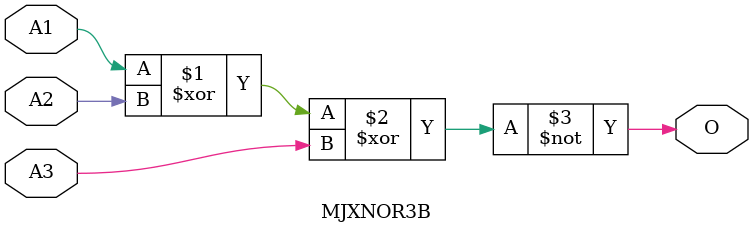
<source format=v>
module MJXNOR3B(A1, A2, A3, O);
input   A1;
input   A2;
input   A3;
output  O;
xnor g0(O, A1, A2, A3);
endmodule
</source>
